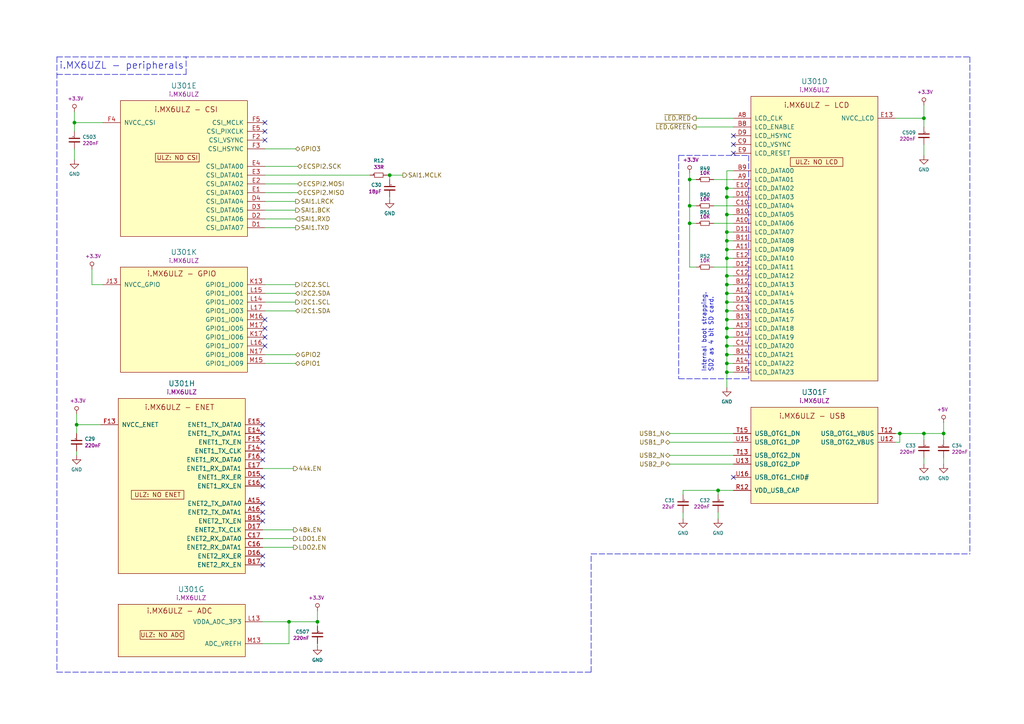
<source format=kicad_sch>
(kicad_sch (version 20211123) (generator eeschema)
  (paper "A4")
  (title_block (title "EX-PCB-10108-001") (date "2021-07-27") (rev "A") (company "OHN Electronics Inc.") (comment 1 "Uses NXP i.MX6ULx core design licensed from PolyVection UG, Germany") (comment 2 "Organelle 2 Processor board") (comment 4 "EX-PCB-10108-001 - Schematics"))
  (junction (at 267.97 125.73))
  (junction (at 210.82 90.17))
  (junction (at 267.97 34.29))
  (junction (at 210.82 107.95))
  (junction (at 83.82 180.34))
  (junction (at 210.82 105.41))
  (junction (at 210.82 80.01))
  (junction (at 208.28 142.24))
  (junction (at 22.225 123.19))
  (junction (at 210.82 102.87))
  (junction (at 210.82 62.23))
  (junction (at 260.985 125.73))
  (junction (at 210.82 72.39))
  (junction (at 210.82 67.31))
  (junction (at 210.82 82.55))
  (junction (at 210.82 87.63))
  (junction (at 113.03 50.8))
  (junction (at 210.82 85.09))
  (junction (at 210.82 57.15))
  (junction (at 210.82 54.61))
  (junction (at 200.025 59.69))
  (junction (at 210.82 95.25))
  (junction (at 92.075 180.34))
  (junction (at 210.82 69.85))
  (junction (at 210.82 74.93))
  (junction (at 21.59 35.56))
  (junction (at 210.82 100.33))
  (junction (at 200.025 64.77))
  (junction (at 210.82 92.71))
  (junction (at 200.025 52.07))
  (junction (at 273.685 125.73))
  (junction (at 210.82 97.79))
  (no_connect (at 76.2 138.43))
  (no_connect (at 76.2 161.29))
  (no_connect (at 76.2 146.05))
  (no_connect (at 76.2 148.59))
  (no_connect (at 76.835 97.79))
  (no_connect (at 76.2 133.35))
  (no_connect (at 76.2 163.83))
  (no_connect (at 76.835 38.1))
  (no_connect (at 76.835 92.71))
  (no_connect (at 76.2 151.13))
  (no_connect (at 212.725 41.91))
  (no_connect (at 76.835 35.56))
  (no_connect (at 76.2 123.19))
  (no_connect (at 212.725 44.45))
  (no_connect (at 76.2 140.97))
  (no_connect (at 76.835 100.33))
  (no_connect (at 76.2 128.27))
  (no_connect (at 76.2 130.81))
  (no_connect (at 76.2 125.73))
  (no_connect (at 76.835 40.64))
  (no_connect (at 76.835 95.25))
  (no_connect (at 212.725 138.43))
  (no_connect (at 212.725 39.37))
  (wire (pts (xy 212.725 77.47) (xy 207.01 77.47)))
  (wire (pts (xy 76.835 82.55) (xy 85.725 82.55)))
  (wire (pts (xy 198.12 143.51) (xy 198.12 142.24)))
  (wire (pts (xy 210.82 85.09) (xy 210.82 87.63)))
  (wire (pts (xy 83.82 186.69) (xy 76.2 186.69)))
  (wire (pts (xy 210.82 80.01) (xy 210.82 82.55)))
  (wire (pts (xy 76.835 87.63) (xy 85.725 87.63)))
  (wire (pts (xy 194.31 132.08) (xy 212.725 132.08)))
  (wire (pts (xy 210.82 105.41) (xy 210.82 107.95)))
  (wire (pts (xy 29.21 123.19) (xy 22.225 123.19)))
  (polyline (pts (xy 217.17 45.085) (xy 217.17 109.855)))
  (wire (pts (xy 210.82 82.55) (xy 210.82 85.09)))
  (wire (pts (xy 21.59 35.56) (xy 29.845 35.56)))
  (wire (pts (xy 85.09 153.67) (xy 76.2 153.67)))
  (wire (pts (xy 113.03 57.785) (xy 113.03 57.15)))
  (polyline (pts (xy 171.45 194.945) (xy 171.45 160.655)))
  (wire (pts (xy 273.685 127.635) (xy 273.685 125.73)))
  (wire (pts (xy 212.725 52.07) (xy 207.01 52.07)))
  (wire (pts (xy 200.025 59.69) (xy 200.025 52.07)))
  (wire (pts (xy 22.225 132.08) (xy 22.225 130.81)))
  (wire (pts (xy 200.025 52.07) (xy 200.025 50.165)))
  (wire (pts (xy 201.93 64.77) (xy 200.025 64.77)))
  (wire (pts (xy 267.97 134.62) (xy 267.97 132.715)))
  (wire (pts (xy 212.725 74.93) (xy 210.82 74.93)))
  (wire (pts (xy 260.985 125.73) (xy 259.715 125.73)))
  (wire (pts (xy 267.97 127.635) (xy 267.97 125.73)))
  (wire (pts (xy 83.82 180.34) (xy 76.2 180.34)))
  (wire (pts (xy 21.59 32.385) (xy 21.59 35.56)))
  (wire (pts (xy 210.82 85.09) (xy 212.725 85.09)))
  (wire (pts (xy 85.09 158.75) (xy 76.2 158.75)))
  (wire (pts (xy 212.725 80.01) (xy 210.82 80.01)))
  (wire (pts (xy 273.685 134.62) (xy 273.685 132.715)))
  (wire (pts (xy 210.82 90.17) (xy 210.82 92.71)))
  (wire (pts (xy 200.025 77.47) (xy 200.025 64.77)))
  (wire (pts (xy 208.28 148.59) (xy 208.28 150.495)))
  (wire (pts (xy 212.725 36.83) (xy 201.93 36.83)))
  (wire (pts (xy 76.2 135.89) (xy 85.09 135.89)))
  (wire (pts (xy 212.725 67.31) (xy 210.82 67.31)))
  (wire (pts (xy 260.985 128.27) (xy 260.985 125.73)))
  (wire (pts (xy 210.82 92.71) (xy 210.82 95.25)))
  (wire (pts (xy 208.28 143.51) (xy 208.28 142.24)))
  (wire (pts (xy 76.835 102.87) (xy 85.725 102.87)))
  (wire (pts (xy 85.725 43.18) (xy 76.835 43.18)))
  (wire (pts (xy 86.36 48.26) (xy 76.835 48.26)))
  (wire (pts (xy 210.82 49.53) (xy 210.82 54.61)))
  (wire (pts (xy 22.225 123.19) (xy 22.225 125.73)))
  (wire (pts (xy 198.12 148.59) (xy 198.12 150.495)))
  (wire (pts (xy 92.075 177.165) (xy 92.075 180.34)))
  (wire (pts (xy 22.225 123.19) (xy 22.225 120.015)))
  (wire (pts (xy 76.835 50.8) (xy 107.315 50.8)))
  (wire (pts (xy 273.685 125.73) (xy 267.97 125.73)))
  (polyline (pts (xy 16.51 194.945) (xy 171.45 194.945)))
  (wire (pts (xy 85.09 156.21) (xy 76.2 156.21)))
  (wire (pts (xy 212.725 128.27) (xy 194.31 128.27)))
  (wire (pts (xy 85.725 105.41) (xy 76.835 105.41)))
  (wire (pts (xy 76.835 66.04) (xy 85.725 66.04)))
  (wire (pts (xy 86.36 53.34) (xy 76.835 53.34)))
  (wire (pts (xy 212.725 69.85) (xy 210.82 69.85)))
  (wire (pts (xy 267.97 34.29) (xy 267.97 36.83)))
  (wire (pts (xy 210.82 62.23) (xy 210.82 67.31)))
  (wire (pts (xy 212.725 49.53) (xy 210.82 49.53)))
  (wire (pts (xy 201.93 52.07) (xy 200.025 52.07)))
  (wire (pts (xy 212.725 105.41) (xy 210.82 105.41)))
  (wire (pts (xy 210.82 69.85) (xy 210.82 72.39)))
  (wire (pts (xy 212.725 72.39) (xy 210.82 72.39)))
  (polyline (pts (xy 171.45 160.655) (xy 281.305 160.655)))
  (wire (pts (xy 212.725 97.79) (xy 210.82 97.79)))
  (wire (pts (xy 212.725 62.23) (xy 210.82 62.23)))
  (wire (pts (xy 212.725 64.77) (xy 207.01 64.77)))
  (wire (pts (xy 83.82 180.34) (xy 83.82 186.69)))
  (wire (pts (xy 76.835 58.42) (xy 85.725 58.42)))
  (wire (pts (xy 267.97 34.29) (xy 259.715 34.29)))
  (wire (pts (xy 212.725 125.73) (xy 194.31 125.73)))
  (polyline (pts (xy 196.85 45.085) (xy 217.17 45.085)))
  (wire (pts (xy 76.835 63.5) (xy 85.725 63.5)))
  (wire (pts (xy 212.725 87.63) (xy 210.82 87.63)))
  (wire (pts (xy 212.725 59.69) (xy 207.01 59.69)))
  (wire (pts (xy 92.075 187.325) (xy 92.075 186.69)))
  (wire (pts (xy 212.725 82.55) (xy 210.82 82.55)))
  (polyline (pts (xy 16.51 16.51) (xy 16.51 194.945)))
  (polyline (pts (xy 281.305 16.51) (xy 281.305 160.655)))
  (wire (pts (xy 212.725 142.24) (xy 208.28 142.24)))
  (wire (pts (xy 212.725 107.95) (xy 210.82 107.95)))
  (wire (pts (xy 210.82 54.61) (xy 210.82 57.15)))
  (wire (pts (xy 210.82 74.93) (xy 210.82 80.01)))
  (wire (pts (xy 212.725 54.61) (xy 210.82 54.61)))
  (wire (pts (xy 200.025 64.77) (xy 200.025 59.69)))
  (wire (pts (xy 85.725 85.09) (xy 76.835 85.09)))
  (wire (pts (xy 267.97 125.73) (xy 260.985 125.73)))
  (wire (pts (xy 210.82 100.33) (xy 212.725 100.33)))
  (wire (pts (xy 210.82 95.25) (xy 212.725 95.25)))
  (wire (pts (xy 92.075 180.34) (xy 92.075 181.61)))
  (wire (pts (xy 113.03 52.07) (xy 113.03 50.8)))
  (polyline (pts (xy 53.975 21.59) (xy 53.975 16.51)))
  (wire (pts (xy 210.82 87.63) (xy 210.82 90.17)))
  (wire (pts (xy 85.725 60.96) (xy 76.835 60.96)))
  (wire (pts (xy 267.97 41.91) (xy 267.97 45.085)))
  (wire (pts (xy 210.82 102.87) (xy 210.82 105.41)))
  (wire (pts (xy 212.725 92.71) (xy 210.82 92.71)))
  (wire (pts (xy 210.82 57.15) (xy 210.82 62.23)))
  (wire (pts (xy 212.725 57.15) (xy 210.82 57.15)))
  (wire (pts (xy 210.82 107.95) (xy 210.82 112.395)))
  (polyline (pts (xy 16.51 21.59) (xy 53.975 21.59)))
  (polyline (pts (xy 16.51 16.51) (xy 281.305 16.51)))
  (wire (pts (xy 210.82 90.17) (xy 212.725 90.17)))
  (wire (pts (xy 267.97 30.48) (xy 267.97 34.29)))
  (wire (pts (xy 21.59 38.1) (xy 21.59 35.56)))
  (wire (pts (xy 76.835 90.17) (xy 85.725 90.17)))
  (polyline (pts (xy 196.85 109.855) (xy 217.17 109.855)))
  (wire (pts (xy 210.82 67.31) (xy 210.82 69.85)))
  (wire (pts (xy 210.82 100.33) (xy 210.82 102.87)))
  (wire (pts (xy 212.725 34.29) (xy 201.93 34.29)))
  (wire (pts (xy 26.67 78.105) (xy 26.67 82.55)))
  (wire (pts (xy 212.725 134.62) (xy 194.31 134.62)))
  (wire (pts (xy 76.835 55.88) (xy 86.36 55.88)))
  (wire (pts (xy 273.685 122.555) (xy 273.685 125.73)))
  (wire (pts (xy 208.28 142.24) (xy 198.12 142.24)))
  (wire (pts (xy 259.715 128.27) (xy 260.985 128.27)))
  (wire (pts (xy 21.59 43.18) (xy 21.59 46.355)))
  (polyline (pts (xy 196.85 45.085) (xy 196.85 109.855)))
  (wire (pts (xy 210.82 95.25) (xy 210.82 97.79)))
  (wire (pts (xy 113.03 50.8) (xy 112.395 50.8)))
  (wire (pts (xy 116.84 50.8) (xy 113.03 50.8)))
  (wire (pts (xy 201.93 77.47) (xy 200.025 77.47)))
  (wire (pts (xy 210.82 97.79) (xy 210.82 100.33)))
  (wire (pts (xy 201.93 59.69) (xy 200.025 59.69)))
  (wire (pts (xy 212.725 102.87) (xy 210.82 102.87)))
  (wire (pts (xy 92.075 180.34) (xy 83.82 180.34)))
  (wire (pts (xy 26.67 82.55) (xy 29.845 82.55)))
  (wire (pts (xy 210.82 72.39) (xy 210.82 74.93)))
  (text "i.MX6UZL - peripherals" (at 17.145 20.32 0) (effects (font (size 2.0066 2.0066)) (justify left bottom)))
  (text "Internal boot strapping.\nSD2 as 4 bit SD card." (at 207.01 107.95 90) (effects (font (size 1.27 1.27)) (justify left bottom)))
  (hierarchical_label "USB2_P" (shape bidirectional) (at 194.31 134.62 180))
  (hierarchical_label "ECSPI2.MOSI" (shape bidirectional) (at 86.36 53.34 0))
  (hierarchical_label "LDO1.EN" (shape output) (at 85.09 156.21 0))
  (hierarchical_label "USB1_P" (shape bidirectional) (at 194.31 128.27 180))
  (hierarchical_label "SAI1.TXD" (shape output) (at 85.725 66.04 0))
  (hierarchical_label "USB2_N" (shape bidirectional) (at 194.31 132.08 180))
  (hierarchical_label "ECSPI2.SCK" (shape bidirectional) (at 86.36 48.26 0))
  (hierarchical_label "GPIO3" (shape bidirectional) (at 85.725 43.18 0))
  (hierarchical_label "I2C1.SCL" (shape output) (at 85.725 87.63 0))
  (hierarchical_label "SAI1.MCLK" (shape output) (at 116.84 50.8 0))
  (hierarchical_label "SAI1.RXD" (shape input) (at 85.725 63.5 0))
  (hierarchical_label "SAI1.BCK" (shape output) (at 85.725 60.96 0))
  (hierarchical_label "I2C2.SCL" (shape output) (at 85.725 82.55 0))
  (hierarchical_label "~{LED.RED}" (shape output) (at 201.93 34.29 180))
  (hierarchical_label "GPIO2" (shape bidirectional) (at 85.725 102.87 0))
  (hierarchical_label "~{LED.GREEN}" (shape output) (at 201.93 36.83 180))
  (hierarchical_label "LDO2.EN" (shape output) (at 85.09 158.75 0))
  (hierarchical_label "SAI1.LRCK" (shape output) (at 85.725 58.42 0))
  (hierarchical_label "ECSPI2.MISO" (shape bidirectional) (at 86.36 55.88 0))
  (hierarchical_label "44k.EN" (shape output) (at 85.09 135.89 0))
  (hierarchical_label "GPIO1" (shape bidirectional) (at 85.725 105.41 0))
  (hierarchical_label "I2C1.SDA" (shape bidirectional) (at 85.725 90.17 0))
  (hierarchical_label "USB1_N" (shape bidirectional) (at 194.31 125.73 180))
  (hierarchical_label "I2C2.SDA" (shape bidirectional) (at 85.725 85.09 0))
  (hierarchical_label "48k.EN" (shape output) (at 85.09 153.67 0))
  (symbol (lib_id "PV-EC-CAP-011:PV-EC-CAP-011-220N") (at 21.59 40.64 0) (unit 1)
    (property "Reference" "C503" (at 23.9268 39.7256 0) (effects (font (size 0.9906 0.9906)) (justify left)))
    (property "Value" "PV-EC-CAP-011-220N" (effects hide))
    (property "Footprint" "PV-EC-CAP-001:0402" (effects hide))
    (property "PV-Code" "PV-EC-CAP-011-220N" (effects hide))
    (property "Description" "220nF" (at 23.9268 41.5544 0) (effects (font (size 0.9906 0.9906)) (justify left)))
    (property "Detail" "C:0402 / 10V / 20% / X5R" (effects hide))
    (property "Option" "POPULATE" (effects hide))
    (property "Layer" "TOP" (effects hide))
    (property "Type" "SMD" (effects hide))
    (property "PV-Number" "6000001" (effects hide))
  )
  (symbol (lib_id "PV-EC-CAP-011:PV-EC-CAP-011-220N") (at 267.97 39.37 0) (mirror y) (unit 1)
    (property "Reference" "C509" (at 265.6332 38.4556 0) (effects (font (size 0.9906 0.9906)) (justify left)))
    (property "Value" "PV-EC-CAP-011-220N" (effects hide))
    (property "Footprint" "PV-EC-CAP-001:0402" (effects hide))
    (property "PV-Code" "PV-EC-CAP-011-220N" (effects hide))
    (property "Description" "220nF" (at 265.6332 40.2844 0) (effects (font (size 0.9906 0.9906)) (justify left)))
    (property "Detail" "C:0402 / 10V / 20% / X5R" (effects hide))
    (property "Option" "POPULATE" (effects hide))
    (property "Layer" "TOP" (effects hide))
    (property "Type" "SMD" (effects hide))
    (property "PV-Number" "6000001" (effects hide))
  )
  (symbol (lib_id "PV-EC-CAP-011:PV-EC-CAP-011-220N") (at 92.075 184.15 0) (mirror y) (unit 1)
    (property "Reference" "C507" (at 89.7382 183.2356 0) (effects (font (size 0.9906 0.9906)) (justify left)))
    (property "Value" "PV-EC-CAP-011-220N" (effects hide))
    (property "Footprint" "PV-EC-CAP-001:0402" (effects hide))
    (property "PV-Code" "PV-EC-CAP-011-220N" (effects hide))
    (property "Description" "220nF" (at 89.7382 185.0644 0) (effects (font (size 0.9906 0.9906)) (justify left)))
    (property "Detail" "C:0402 / 10V / 20% / X5R" (effects hide))
    (property "Option" "POPULATE" (effects hide))
    (property "Layer" "TOP" (effects hide))
    (property "Type" "SMD" (effects hide))
    (property "PV-Number" "6000001" (effects hide))
  )
  (symbol (lib_id "PV-EC-PWR-003:GND") (at 21.59 46.355 0) (unit 1)
    (property "Reference" "#PWR0139" (effects hide))
    (property "Value" "GND" (at 21.59 50.4698 0) (effects (font (size 0.9906 0.9906))))
  )
  (symbol (lib_id "PV-EC-PWR-003:GND") (at 92.075 187.325 0) (mirror y) (unit 1)
    (property "Reference" "#PWR0144" (effects hide))
    (property "Value" "GND" (at 92.075 191.4398 0) (effects (font (size 0.9906 0.9906))))
  )
  (symbol (lib_id "PV-EC-PWR-003:GND") (at 267.97 45.085 0) (mirror y) (unit 1)
    (property "Reference" "#PWR0148" (effects hide))
    (property "Value" "GND" (at 267.97 49.1998 0) (effects (font (size 0.9906 0.9906))))
  )
  (symbol (lib_id "PV-EC-PWR-003:+3.3V_INPUT") (at 26.67 78.105 0) (unit 1)
    (property "Reference" "#PWR075" (effects hide))
    (property "Value" "+3.3V_INPUT" (effects hide))
    (property "Description" "+3.3V" (at 27.0002 74.3204 0) (effects (font (size 0.9906 0.9906))))
  )
  (symbol (lib_id "PV-EC-PWR-003:+3.3V_INPUT") (at 21.59 32.385 0) (unit 1)
    (property "Reference" "#PWR076" (effects hide))
    (property "Value" "+3.3V_INPUT" (effects hide))
    (property "Description" "+3.3V" (at 21.9202 28.6004 0) (effects (font (size 0.9906 0.9906))))
  )
  (symbol (lib_id "PV-EC-PWR-003:+3.3V_INPUT") (at 267.97 30.48 0) (unit 1)
    (property "Reference" "#PWR078" (effects hide))
    (property "Value" "+3.3V_INPUT" (effects hide))
    (property "Description" "+3.3V" (at 268.3002 26.6954 0) (effects (font (size 0.9906 0.9906))))
  )
  (symbol (lib_id "PV-EC-PWR-003:+3.3V_INPUT") (at 92.075 177.165 0) (mirror y) (unit 1)
    (property "Reference" "#PWR077" (effects hide))
    (property "Value" "+3.3V_INPUT" (effects hide))
    (property "Description" "+3.3V" (at 91.7448 173.3804 0) (effects (font (size 0.9906 0.9906))))
  )
  (symbol (lib_id "PV-EC-SOC-003:PV-EC-SOC-003-004") (at 47.625 54.61 0) (unit 5)
    (property "Reference" "U301" (at 53.34 24.8666 0) (effects (font (size 1.524 1.524))))
    (property "Value" "PV-EC-SOC-003-004" (effects hide))
    (property "Footprint" "PV-EC-SOC-001:MAPBGA-289-14x14" (effects hide))
    (property "PV-Code" "PV-EC-SOC-003-004" (effects hide))
    (property "PV-Number" "6000367" (effects hide))
    (property "Description" "i.MX6ULZ" (at 53.34 27.3558 0))
    (property "Detail" "U:MCIMX6Z0DVM09AB / 1x 900 MHz / 32 bit / Z0-COMMERCIAL" (effects hide))
    (property "Option" "POPULATE" (effects hide))
    (property "Layer" "TOP" (effects hide))
    (property "Type" "SMD" (effects hide))
  )
  (symbol (lib_id "PV-EC-CAP-011:PV-EC-CAP-011-220N") (at 22.225 128.27 0) (unit 1)
    (property "Reference" "C29" (at 24.5618 127.3048 0) (effects (font (size 0.9906 0.9906)) (justify left)))
    (property "Value" "PV-EC-CAP-011-220N" (effects hide))
    (property "Footprint" "PV-EC-CAP-001:0402" (effects hide))
    (property "PV-Code" "PV-EC-CAP-011-220N" (effects hide))
    (property "Description" "220nF" (at 24.5618 129.2098 0) (effects (font (size 0.9906 0.9906)) (justify left)))
    (property "Detail" "C:0402 / 10V / 20% / X5R" (effects hide))
    (property "Option" "POPULATE" (effects hide))
    (property "Layer" "TOP" (effects hide))
    (property "Type" "SMD" (effects hide))
    (property "PV-Number" "6000001" (effects hide))
  )
  (symbol (lib_id "PV-EC-PWR-003:GND") (at 22.225 132.08 0)
    (property "Reference" "#PWR040" (effects hide))
    (property "Value" "GND" (at 22.225 136.1948 0) (effects (font (size 0.9906 0.9906))))
  )
  (symbol (lib_id "PV-EC-PWR-003:GND") (at 273.685 134.62 0)
    (property "Reference" "#PWR057" (effects hide))
    (property "Value" "GND" (at 273.685 138.7348 0) (effects (font (size 0.9906 0.9906))))
  )
  (symbol (lib_id "PV-EC-PWR-003:GND") (at 267.97 134.62 0) (mirror y)
    (property "Reference" "#PWR044" (effects hide))
    (property "Value" "GND" (at 267.97 138.7348 0) (effects (font (size 0.9906 0.9906))))
  )
  (symbol (lib_id "PV-EC-PWR-003:GND") (at 208.28 150.495 0) (mirror y)
    (property "Reference" "#PWR043" (effects hide))
    (property "Value" "GND" (at 208.28 154.6098 0) (effects (font (size 0.9906 0.9906))))
  )
  (symbol (lib_id "PV-EC-PWR-003:GND") (at 198.12 150.495 0) (mirror y)
    (property "Reference" "#PWR042" (effects hide))
    (property "Value" "GND" (at 198.12 154.6098 0) (effects (font (size 0.9906 0.9906))))
  )
  (symbol (lib_id "PV-EC-CAP-011:PV-EC-CAP-011-220N") (at 267.97 130.175 0) (mirror y)
    (property "Reference" "C33" (at 265.6332 129.2606 0) (effects (font (size 0.9906 0.9906)) (justify left)))
    (property "Value" "PV-EC-CAP-011-220N" (effects hide))
    (property "Footprint" "PV-EC-CAP-001:0402" (effects hide))
    (property "PV-Code" "PV-EC-CAP-011-220N" (effects hide))
    (property "Description" "220nF" (at 265.6332 131.0894 0) (effects (font (size 0.9906 0.9906)) (justify left)))
    (property "Detail" "C:0402 / 10V / 20% / X5R" (effects hide))
    (property "Option" "POPULATE" (effects hide))
    (property "Layer" "TOP" (effects hide))
    (property "Type" "SMD" (effects hide))
    (property "PV-Number" "6000001" (effects hide))
  )
  (symbol (lib_id "PV-EC-CAP-011:PV-EC-CAP-011-220N") (at 273.685 130.175 0)
    (property "Reference" "C34" (at 276.0218 129.2606 0) (effects (font (size 0.9906 0.9906)) (justify left)))
    (property "Value" "PV-EC-CAP-011-220N" (effects hide))
    (property "Footprint" "PV-EC-CAP-001:0402" (effects hide))
    (property "PV-Code" "PV-EC-CAP-011-220N" (effects hide))
    (property "Description" "220nF" (at 276.0218 131.0894 0) (effects (font (size 0.9906 0.9906)) (justify left)))
    (property "Detail" "C:0402 / 10V / 20% / X5R" (effects hide))
    (property "Option" "POPULATE" (effects hide))
    (property "Layer" "TOP" (effects hide))
    (property "Type" "SMD" (effects hide))
    (property "PV-Number" "6000001" (effects hide))
  )
  (symbol (lib_id "PV-EC-CAP-011:PV-EC-CAP-011-220N") (at 208.28 146.05 0) (mirror y)
    (property "Reference" "C32" (at 205.9432 145.1356 0) (effects (font (size 0.9906 0.9906)) (justify left)))
    (property "Value" "PV-EC-CAP-011-220N" (effects hide))
    (property "Footprint" "PV-EC-CAP-001:0402" (effects hide))
    (property "PV-Code" "PV-EC-CAP-011-220N" (effects hide))
    (property "Description" "220nF" (at 205.9432 146.9644 0) (effects (font (size 0.9906 0.9906)) (justify left)))
    (property "Detail" "C:0402 / 10V / 20% / X5R" (effects hide))
    (property "Option" "POPULATE" (effects hide))
    (property "Layer" "TOP" (effects hide))
    (property "Type" "SMD" (effects hide))
    (property "PV-Number" "6000001" (effects hide))
  )
  (symbol (lib_id "PV-EC-CAP-017:PV-EC-CAP-017-22U") (at 198.12 146.05 0) (mirror y)
    (property "Reference" "C31" (at 195.7832 145.1356 0) (effects (font (size 0.9906 0.9906)) (justify left)))
    (property "Value" "PV-EC-CAP-017-22U" (effects hide))
    (property "Footprint" "PV-EC-CAP-001:0603" (effects hide))
    (property "PV-Code" "PV-EC-CAP-017-22U" (effects hide))
    (property "Description" "22uF" (at 195.7832 146.9644 0) (effects (font (size 0.9906 0.9906)) (justify left)))
    (property "Detail" "C:0603 / 6.3V / 20% / X5R" (effects hide))
    (property "Option" "POPULATE" (effects hide))
    (property "Layer" "TOP" (effects hide))
    (property "Type" "SMD" (effects hide))
    (property "PV-Number" "6000002" (effects hide))
  )
  (symbol (lib_id "PV-EC-PWR-003:+5V_INPUT") (at 273.685 122.555 0) (mirror y) (unit 1)
    (property "Reference" "#PWR047" (effects hide))
    (property "Value" "+5V_INPUT" (effects hide))
    (property "Description" "+5V" (at 273.3548 118.7704 0) (effects (font (size 0.9906 0.9906))))
  )
  (symbol (lib_id "PV-EC-PWR-003:+3.3V_INPUT") (at 22.225 120.015 0) (unit 1)
    (property "Reference" "#PWR039" (effects hide))
    (property "Value" "+3.3V_INPUT" (effects hide))
    (property "Description" "+3.3V" (at 22.5552 116.2304 0) (effects (font (size 0.9906 0.9906))))
  )
  (symbol (lib_id "PV-EC-SOC-003:PV-EC-SOC-003-004") (at 53.34 151.13 0) (unit 8)
    (property "Reference" "U301" (at 52.705 111.2266 0) (effects (font (size 1.524 1.524))))
    (property "Value" "PV-EC-SOC-003-004" (effects hide))
    (property "Footprint" "PV-EC-SOC-001:MAPBGA-289-14x14" (effects hide))
    (property "PV-Code" "PV-EC-SOC-003-004" (effects hide))
    (property "PV-Number" "6000367" (effects hide))
    (property "Description" "i.MX6ULZ" (at 52.705 113.7158 0))
    (property "Detail" "U:MCIMX6Z0DVM09AB / 1x 900 MHz / 32 bit / Z0-COMMERCIAL" (effects hide))
    (property "Option" "POPULATE" (effects hide))
    (property "Layer" "TOP" (effects hide))
    (property "Type" "SMD" (effects hide))
  )
  (symbol (lib_id "PV-EC-SOC-003:PV-EC-SOC-003-004") (at 235.585 140.97 0) (mirror y) (unit 6)
    (property "Reference" "U301" (at 236.22 113.7666 0) (effects (font (size 1.524 1.524))))
    (property "Value" "PV-EC-SOC-003-004" (effects hide))
    (property "Footprint" "PV-EC-SOC-001:MAPBGA-289-14x14" (effects hide))
    (property "PV-Code" "PV-EC-SOC-003-004" (effects hide))
    (property "PV-Number" "6000367" (effects hide))
    (property "Description" "i.MX6ULZ" (at 236.22 116.2558 0))
    (property "Detail" "U:MCIMX6Z0DVM09AB / 1x 900 MHz / 32 bit / Z0-COMMERCIAL" (effects hide))
    (property "Option" "POPULATE" (effects hide))
    (property "Layer" "TOP" (effects hide))
    (property "Type" "SMD" (effects hide))
  )
  (symbol (lib_id "PV-EC-PWR-003:+3.3V_INPUT") (at 200.025 50.165 0) (unit 1)
    (property "Reference" "#PWR0225" (effects hide))
    (property "Value" "+3.3V_INPUT" (effects hide))
    (property "Description" "+3.3V" (at 200.3552 46.3804 0) (effects (font (size 0.9906 0.9906))))
  )
  (symbol (lib_id "PV-EC-RES-007:PV-EC-RES-007-10K") (at 204.47 52.07 0) (unit 1)
    (property "Reference" "R49" (at 204.47 48.895 0) (effects (font (size 0.9906 0.9906))))
    (property "Value" "PV-EC-RES-007-10K" (effects hide))
    (property "Footprint" "PV-EC-RES-001:0402" (effects hide))
    (property "PV-Code" "PV-EC-RES-007-10K" (effects hide))
    (property "PV-Number" "6000020" (effects hide))
    (property "Description" "10K" (at 204.47 50.165 0) (effects (font (size 0.9906 0.9906))))
    (property "Detail" "R:0402 / 1% / FILM / 1/16W" (effects hide))
    (property "Option" "POPULATE" (effects hide))
    (property "Layer" "TOP" (effects hide))
    (property "Type" "SMD" (effects hide))
  )
  (symbol (lib_id "PV-EC-RES-007:PV-EC-RES-007-10K") (at 204.47 59.69 0) (unit 1)
    (property "Reference" "R50" (at 204.47 56.515 0) (effects (font (size 0.9906 0.9906))))
    (property "Value" "PV-EC-RES-007-10K" (effects hide))
    (property "Footprint" "PV-EC-RES-001:0402" (effects hide))
    (property "PV-Code" "PV-EC-RES-007-10K" (effects hide))
    (property "PV-Number" "6000020" (effects hide))
    (property "Description" "10K" (at 204.47 57.785 0) (effects (font (size 0.9906 0.9906))))
    (property "Detail" "R:0402 / 1% / FILM / 1/16W" (effects hide))
    (property "Option" "POPULATE" (effects hide))
    (property "Layer" "TOP" (effects hide))
    (property "Type" "SMD" (effects hide))
  )
  (symbol (lib_id "PV-EC-RES-007:PV-EC-RES-007-10K") (at 204.47 64.77 0) (unit 1)
    (property "Reference" "R51" (at 204.47 61.595 0) (effects (font (size 0.9906 0.9906))))
    (property "Value" "PV-EC-RES-007-10K" (effects hide))
    (property "Footprint" "PV-EC-RES-001:0402" (effects hide))
    (property "PV-Code" "PV-EC-RES-007-10K" (effects hide))
    (property "PV-Number" "6000020" (effects hide))
    (property "Description" "10K" (at 204.47 62.865 0) (effects (font (size 0.9906 0.9906))))
    (property "Detail" "R:0402 / 1% / FILM / 1/16W" (effects hide))
    (property "Option" "POPULATE" (effects hide))
    (property "Layer" "TOP" (effects hide))
    (property "Type" "SMD" (effects hide))
  )
  (symbol (lib_id "PV-EC-RES-007:PV-EC-RES-007-10K") (at 204.47 77.47 0) (unit 1)
    (property "Reference" "R52" (at 204.47 74.295 0) (effects (font (size 0.9906 0.9906))))
    (property "Value" "PV-EC-RES-007-10K" (effects hide))
    (property "Footprint" "PV-EC-RES-001:0402" (effects hide))
    (property "PV-Code" "PV-EC-RES-007-10K" (effects hide))
    (property "PV-Number" "6000020" (effects hide))
    (property "Description" "10K" (at 204.47 75.565 0) (effects (font (size 0.9906 0.9906))))
    (property "Detail" "R:0402 / 1% / FILM / 1/16W" (effects hide))
    (property "Option" "POPULATE" (effects hide))
    (property "Layer" "TOP" (effects hide))
    (property "Type" "SMD" (effects hide))
  )
  (symbol (lib_id "PV-EC-PWR-003:GND") (at 210.82 112.395 0) (mirror y) (unit 1)
    (property "Reference" "#PWR0226" (effects hide))
    (property "Value" "GND" (at 210.82 116.5098 0) (effects (font (size 0.9906 0.9906))))
  )
  (symbol (lib_id "PV-EC-RES-007:PV-EC-RES-007-33R") (at 109.855 50.8 0) (unit 1)
    (property "Reference" "R12" (at 109.855 46.5836 0) (effects (font (size 0.9906 0.9906))))
    (property "Value" "PV-EC-RES-007-33R" (effects hide))
    (property "Footprint" "PV-EC-RES-001:0402" (effects hide))
    (property "PV-Code" "PV-EC-RES-007-33R" (effects hide))
    (property "PV-Number" "6000021" (effects hide))
    (property "Description" "33R" (at 109.855 48.4886 0) (effects (font (size 0.9906 0.9906))))
    (property "Detail" "R:0402 / 1% / FILM / 1/16W" (effects hide))
    (property "Option" "POPULATE" (effects hide))
    (property "Layer" "TOP" (effects hide))
    (property "Type" "SMD" (effects hide))
  )
  (symbol (lib_id "PV-EC-CAP-014:PV-EC-CAP-014-18P") (at 113.03 54.61 0) (mirror y) (unit 1)
    (property "Reference" "C30" (at 110.6932 53.6448 0) (effects (font (size 0.9906 0.9906)) (justify left)))
    (property "Value" "PV-EC-CAP-014-18P" (effects hide))
    (property "Footprint" "PV-EC-CAP-001:0402" (effects hide))
    (property "PV-Code" "PV-EC-CAP-014-18P" (effects hide))
    (property "PV-Number" "6000004" (effects hide))
    (property "Description" "18pF" (at 110.6932 55.5498 0) (effects (font (size 0.9906 0.9906)) (justify left)))
    (property "Detail" "C:0402 / 50V / 5% / C0G" (effects hide))
    (property "Option" "POPULATE" (effects hide))
    (property "Layer" "TOP" (effects hide))
    (property "Type" "SMD" (effects hide))
  )
  (symbol (lib_id "PV-EC-PWR-003:GND") (at 113.03 57.785 0) (mirror y)
    (property "Reference" "#PWR041" (effects hide))
    (property "Value" "GND" (at 113.03 61.8998 0) (effects (font (size 0.9906 0.9906))))
  )
  (symbol (lib_id "PV-EC-SOC-003:PV-EC-SOC-003-004") (at 51.435 92.71 0) (unit 11)
    (property "Reference" "U301" (at 53.34 73.1266 0) (effects (font (size 1.524 1.524))))
    (property "Value" "PV-EC-SOC-003-004" (effects hide))
    (property "Footprint" "PV-EC-SOC-001:MAPBGA-289-14x14" (effects hide))
    (property "PV-Code" "PV-EC-SOC-003-004" (effects hide))
    (property "PV-Number" "6000367" (effects hide))
    (property "Description" "i.MX6ULZ" (at 53.34 75.6158 0))
    (property "Detail" "U:MCIMX6Z0DVM09AB / 1x 900 MHz / 32 bit / Z0-COMMERCIAL" (effects hide))
    (property "Option" "POPULATE" (effects hide))
    (property "Layer" "TOP" (effects hide))
    (property "Type" "SMD" (effects hide))
  )
  (symbol (lib_id "PV-EC-SOC-003:PV-EC-SOC-003-004") (at 57.15 187.96 0) (mirror y) (unit 7)
    (property "Reference" "U301" (at 55.4482 170.9166 0) (effects (font (size 1.524 1.524))))
    (property "Value" "PV-EC-SOC-003-004" (effects hide))
    (property "Footprint" "PV-EC-SOC-001:MAPBGA-289-14x14" (effects hide))
    (property "PV-Code" "PV-EC-SOC-003-004" (effects hide))
    (property "PV-Number" "6000367" (effects hide))
    (property "Description" "i.MX6ULZ" (at 55.4482 173.4058 0))
    (property "Detail" "U:MCIMX6Z0DVM09AB / 1x 900 MHz / 32 bit / Z0-COMMERCIAL" (effects hide))
    (property "Option" "POPULATE" (effects hide))
    (property "Layer" "TOP" (effects hide))
    (property "Type" "SMD" (effects hide))
  )
  (symbol (lib_id "PV-EC-SOC-003:PV-EC-SOC-003-004") (at 238.125 85.09 0) (mirror y) (unit 4)
    (property "Reference" "U301" (at 236.22 23.5966 0) (effects (font (size 1.524 1.524))))
    (property "Value" "PV-EC-SOC-003-004" (effects hide))
    (property "Footprint" "PV-EC-SOC-001:MAPBGA-289-14x14" (effects hide))
    (property "PV-Code" "PV-EC-SOC-003-004" (effects hide))
    (property "PV-Number" "6000367" (effects hide))
    (property "Description" "i.MX6ULZ" (at 236.22 26.0858 0))
    (property "Detail" "U:MCIMX6Z0DVM09AB / 1x 900 MHz / 32 bit / Z0-COMMERCIAL" (effects hide))
    (property "Option" "POPULATE" (effects hide))
    (property "Layer" "TOP" (effects hide))
    (property "Type" "SMD" (effects hide))
  )
)
</source>
